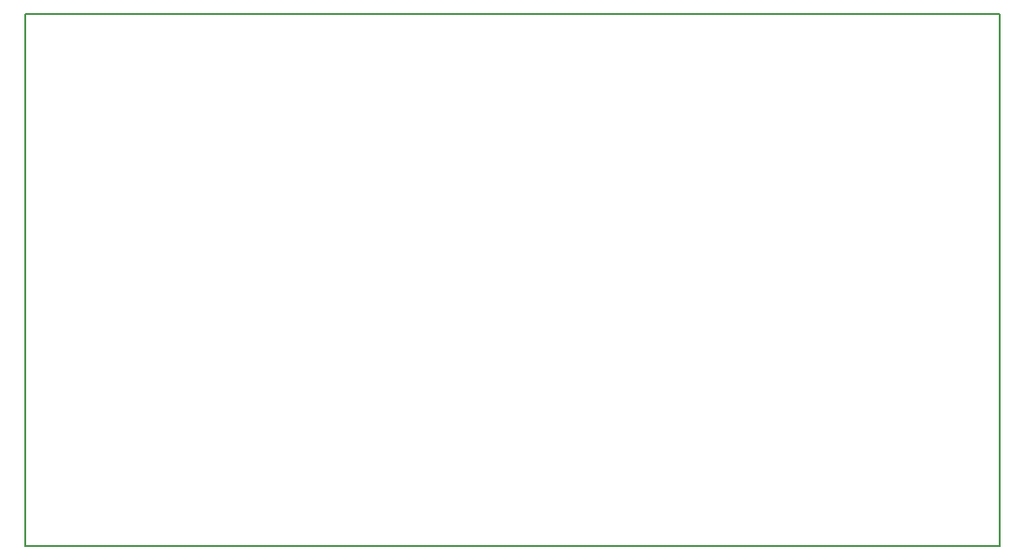
<source format=gko>
G04 #@! TF.FileFunction,Profile,NP*
%FSLAX46Y46*%
G04 Gerber Fmt 4.6, Leading zero omitted, Abs format (unit mm)*
G04 Created by KiCad (PCBNEW 4.0.6) date 06/24/17 11:43:18*
%MOMM*%
%LPD*%
G01*
G04 APERTURE LIST*
%ADD10C,0.100000*%
%ADD11C,0.150000*%
G04 APERTURE END LIST*
D10*
D11*
X128905000Y-125730000D02*
X128905000Y-77470000D01*
X217170000Y-77470000D02*
X217170000Y-125730000D01*
X128905000Y-77470000D02*
X217170000Y-77470000D01*
X128905000Y-125730000D02*
X217170000Y-125730000D01*
M02*

</source>
